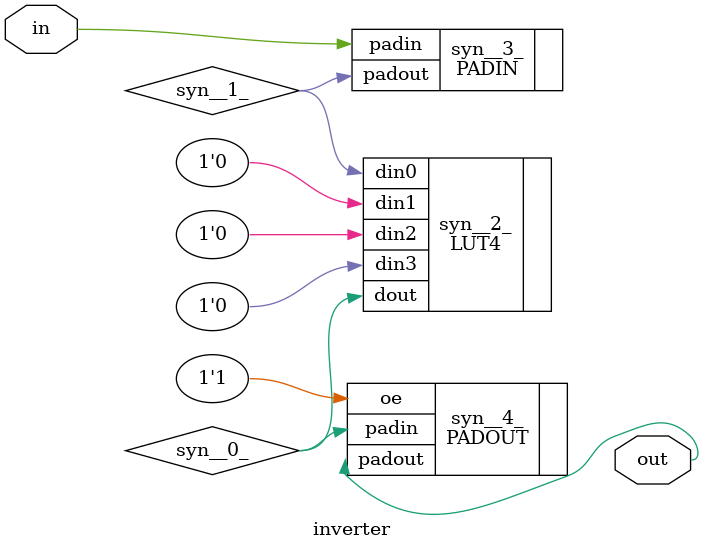
<source format=v>
/* Generated by Yosys 0.17+33 (git sha1 0b1a1a576, gcc 11.2.0-19ubuntu1 -fPIC -Os) */

/* top =  1  */
/* src = "inverter.v:1.1-8.10" */
module inverter(in, out);
  wire syn__0_;
  /* force_downto = 32'h00000001 */
  /* src = "/yosys/share/achronix/speedster22i/cells_map.v:42.22-42.23" */
  wire syn__1_;
  /* src = "inverter.v:2.14-2.16" */
  input in;
  wire in;
  /* src = "inverter.v:3.15-3.18" */
  output out;
  wire out;
  /* module_not_derived = 32'h00000001 */
  /* src = "/yosys/share/achronix/speedster22i/cells_map.v:47.42-48.74" */
  LUT4 syn__2_ (
    .din0(syn__1_),
    .din1(1'h0),
    .din2(1'h0),
    .din3(1'h0),
    .dout(syn__0_)
  );
  defparam syn__2_.lut_function = 8'h55;
  /* keep = 32'h00000001 */
  /* module_not_derived = 32'h00000001 */
  /* src = "/yosys/share/achronix/speedster22i/cells_map.v:26.11-26.52" */
  PADIN syn__3_ (
    .padin(in),
    .padout(syn__1_)
  );
  /* keep = 32'h00000001 */
  /* module_not_derived = 32'h00000001 */
  /* src = "/yosys/share/achronix/speedster22i/cells_map.v:30.12-30.64" */
  PADOUT syn__4_ (
    .oe(1'h1),
    .padin(syn__0_),
    .padout(out)
  );
endmodule

</source>
